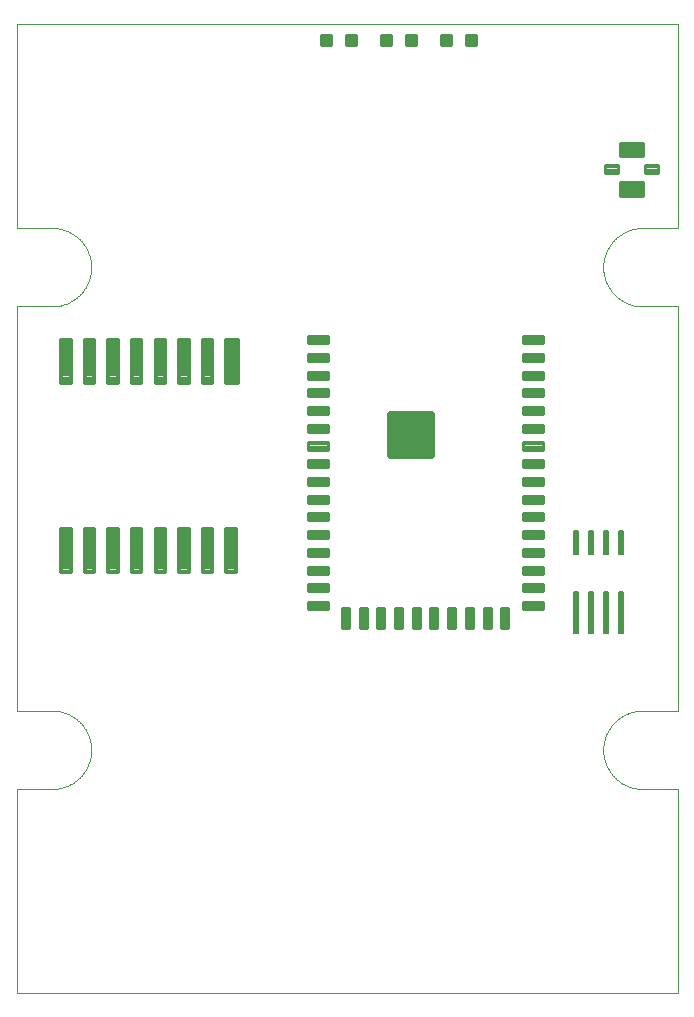
<source format=gtp>
G75*
%MOIN*%
%OFA0B0*%
%FSLAX25Y25*%
%IPPOS*%
%LPD*%
%AMOC8*
5,1,8,0,0,1.08239X$1,22.5*
%
%ADD10C,0.00000*%
%ADD11C,0.01003*%
%ADD12C,0.01913*%
%ADD13C,0.00649*%
%ADD14C,0.01357*%
%ADD15C,0.01594*%
%ADD16C,0.01121*%
%ADD17C,0.01653*%
D10*
X0001400Y0025558D02*
X0001400Y0093471D01*
X0013231Y0093471D01*
X0013549Y0093475D01*
X0013867Y0093487D01*
X0014185Y0093506D01*
X0014502Y0093533D01*
X0014819Y0093568D01*
X0015134Y0093610D01*
X0015448Y0093660D01*
X0015762Y0093718D01*
X0016073Y0093784D01*
X0016383Y0093857D01*
X0016691Y0093937D01*
X0016997Y0094025D01*
X0017300Y0094121D01*
X0017602Y0094223D01*
X0017900Y0094333D01*
X0018196Y0094451D01*
X0018489Y0094575D01*
X0018779Y0094707D01*
X0019066Y0094845D01*
X0019349Y0094991D01*
X0019628Y0095143D01*
X0019904Y0095303D01*
X0020176Y0095468D01*
X0020443Y0095641D01*
X0020706Y0095820D01*
X0020965Y0096005D01*
X0021220Y0096196D01*
X0021469Y0096394D01*
X0021714Y0096598D01*
X0021954Y0096807D01*
X0022188Y0097022D01*
X0022417Y0097243D01*
X0022641Y0097470D01*
X0022859Y0097702D01*
X0023071Y0097939D01*
X0023278Y0098181D01*
X0023479Y0098428D01*
X0023673Y0098680D01*
X0023862Y0098937D01*
X0024044Y0099198D01*
X0024219Y0099463D01*
X0024388Y0099733D01*
X0024551Y0100007D01*
X0024707Y0100284D01*
X0024856Y0100565D01*
X0024998Y0100850D01*
X0025133Y0101138D01*
X0025261Y0101430D01*
X0025382Y0101724D01*
X0025495Y0102022D01*
X0025602Y0102322D01*
X0025701Y0102624D01*
X0025793Y0102929D01*
X0025877Y0103236D01*
X0025954Y0103545D01*
X0026023Y0103856D01*
X0026085Y0104168D01*
X0026139Y0104482D01*
X0026185Y0104796D01*
X0026224Y0105112D01*
X0026255Y0105429D01*
X0026278Y0105747D01*
X0026293Y0106065D01*
X0026301Y0106383D01*
X0026301Y0106701D01*
X0026293Y0107019D01*
X0026278Y0107337D01*
X0026255Y0107655D01*
X0026224Y0107972D01*
X0026185Y0108288D01*
X0026139Y0108602D01*
X0026085Y0108916D01*
X0026023Y0109228D01*
X0025954Y0109539D01*
X0025877Y0109848D01*
X0025793Y0110155D01*
X0025701Y0110460D01*
X0025602Y0110762D01*
X0025495Y0111062D01*
X0025382Y0111360D01*
X0025261Y0111654D01*
X0025133Y0111946D01*
X0024998Y0112234D01*
X0024856Y0112519D01*
X0024707Y0112800D01*
X0024551Y0113078D01*
X0024388Y0113351D01*
X0024219Y0113621D01*
X0024044Y0113886D01*
X0023862Y0114147D01*
X0023673Y0114404D01*
X0023479Y0114656D01*
X0023278Y0114903D01*
X0023071Y0115145D01*
X0022859Y0115382D01*
X0022641Y0115614D01*
X0022417Y0115841D01*
X0022188Y0116062D01*
X0021954Y0116277D01*
X0021714Y0116486D01*
X0021469Y0116690D01*
X0021220Y0116888D01*
X0020965Y0117079D01*
X0020706Y0117264D01*
X0020443Y0117443D01*
X0020176Y0117616D01*
X0019904Y0117781D01*
X0019628Y0117941D01*
X0019349Y0118093D01*
X0019066Y0118239D01*
X0018779Y0118377D01*
X0018489Y0118509D01*
X0018196Y0118633D01*
X0017900Y0118751D01*
X0017602Y0118861D01*
X0017300Y0118963D01*
X0016997Y0119059D01*
X0016691Y0119147D01*
X0016383Y0119227D01*
X0016073Y0119300D01*
X0015762Y0119366D01*
X0015448Y0119424D01*
X0015134Y0119474D01*
X0014819Y0119516D01*
X0014502Y0119551D01*
X0014185Y0119578D01*
X0013867Y0119597D01*
X0013549Y0119609D01*
X0013231Y0119613D01*
X0001400Y0119613D01*
X0001400Y0254337D01*
X0013231Y0254337D01*
X0013549Y0254341D01*
X0013867Y0254353D01*
X0014185Y0254372D01*
X0014502Y0254399D01*
X0014819Y0254434D01*
X0015134Y0254476D01*
X0015448Y0254526D01*
X0015762Y0254584D01*
X0016073Y0254650D01*
X0016383Y0254723D01*
X0016691Y0254803D01*
X0016997Y0254891D01*
X0017300Y0254987D01*
X0017602Y0255089D01*
X0017900Y0255199D01*
X0018196Y0255317D01*
X0018489Y0255441D01*
X0018779Y0255573D01*
X0019066Y0255711D01*
X0019349Y0255857D01*
X0019628Y0256009D01*
X0019904Y0256169D01*
X0020176Y0256334D01*
X0020443Y0256507D01*
X0020706Y0256686D01*
X0020965Y0256871D01*
X0021220Y0257062D01*
X0021469Y0257260D01*
X0021714Y0257464D01*
X0021954Y0257673D01*
X0022188Y0257888D01*
X0022417Y0258109D01*
X0022641Y0258336D01*
X0022859Y0258568D01*
X0023071Y0258805D01*
X0023278Y0259047D01*
X0023479Y0259294D01*
X0023673Y0259546D01*
X0023862Y0259803D01*
X0024044Y0260064D01*
X0024219Y0260329D01*
X0024388Y0260599D01*
X0024551Y0260873D01*
X0024707Y0261150D01*
X0024856Y0261431D01*
X0024998Y0261716D01*
X0025133Y0262004D01*
X0025261Y0262296D01*
X0025382Y0262590D01*
X0025495Y0262888D01*
X0025602Y0263188D01*
X0025701Y0263490D01*
X0025793Y0263795D01*
X0025877Y0264102D01*
X0025954Y0264411D01*
X0026023Y0264722D01*
X0026085Y0265034D01*
X0026139Y0265348D01*
X0026185Y0265662D01*
X0026224Y0265978D01*
X0026255Y0266295D01*
X0026278Y0266613D01*
X0026293Y0266931D01*
X0026301Y0267249D01*
X0026301Y0267567D01*
X0026293Y0267885D01*
X0026278Y0268203D01*
X0026255Y0268521D01*
X0026224Y0268838D01*
X0026185Y0269154D01*
X0026139Y0269468D01*
X0026085Y0269782D01*
X0026023Y0270094D01*
X0025954Y0270405D01*
X0025877Y0270714D01*
X0025793Y0271021D01*
X0025701Y0271326D01*
X0025602Y0271628D01*
X0025495Y0271928D01*
X0025382Y0272226D01*
X0025261Y0272520D01*
X0025133Y0272812D01*
X0024998Y0273100D01*
X0024856Y0273385D01*
X0024707Y0273666D01*
X0024551Y0273944D01*
X0024388Y0274217D01*
X0024219Y0274487D01*
X0024044Y0274752D01*
X0023862Y0275013D01*
X0023673Y0275270D01*
X0023479Y0275522D01*
X0023278Y0275769D01*
X0023071Y0276011D01*
X0022859Y0276248D01*
X0022641Y0276480D01*
X0022417Y0276707D01*
X0022188Y0276928D01*
X0021954Y0277143D01*
X0021714Y0277352D01*
X0021469Y0277556D01*
X0021220Y0277754D01*
X0020965Y0277945D01*
X0020706Y0278130D01*
X0020443Y0278309D01*
X0020176Y0278482D01*
X0019904Y0278647D01*
X0019628Y0278807D01*
X0019349Y0278959D01*
X0019066Y0279105D01*
X0018779Y0279243D01*
X0018489Y0279375D01*
X0018196Y0279499D01*
X0017900Y0279617D01*
X0017602Y0279727D01*
X0017300Y0279829D01*
X0016997Y0279925D01*
X0016691Y0280013D01*
X0016383Y0280093D01*
X0016073Y0280166D01*
X0015762Y0280232D01*
X0015448Y0280290D01*
X0015134Y0280340D01*
X0014819Y0280382D01*
X0014502Y0280417D01*
X0014185Y0280444D01*
X0013867Y0280463D01*
X0013549Y0280475D01*
X0013231Y0280479D01*
X0001400Y0280479D01*
X0001400Y0348392D01*
X0221872Y0348392D01*
X0221872Y0280479D01*
X0210042Y0280479D01*
X0209724Y0280475D01*
X0209406Y0280463D01*
X0209088Y0280444D01*
X0208771Y0280417D01*
X0208454Y0280382D01*
X0208139Y0280340D01*
X0207825Y0280290D01*
X0207511Y0280232D01*
X0207200Y0280166D01*
X0206890Y0280093D01*
X0206582Y0280013D01*
X0206276Y0279925D01*
X0205973Y0279829D01*
X0205671Y0279727D01*
X0205373Y0279617D01*
X0205077Y0279499D01*
X0204784Y0279375D01*
X0204494Y0279243D01*
X0204207Y0279105D01*
X0203924Y0278959D01*
X0203645Y0278807D01*
X0203369Y0278647D01*
X0203097Y0278482D01*
X0202830Y0278309D01*
X0202567Y0278130D01*
X0202308Y0277945D01*
X0202053Y0277754D01*
X0201804Y0277556D01*
X0201559Y0277352D01*
X0201319Y0277143D01*
X0201085Y0276928D01*
X0200856Y0276707D01*
X0200632Y0276480D01*
X0200414Y0276248D01*
X0200202Y0276011D01*
X0199995Y0275769D01*
X0199794Y0275522D01*
X0199600Y0275270D01*
X0199411Y0275013D01*
X0199229Y0274752D01*
X0199054Y0274487D01*
X0198885Y0274217D01*
X0198722Y0273944D01*
X0198566Y0273666D01*
X0198417Y0273385D01*
X0198275Y0273100D01*
X0198140Y0272812D01*
X0198012Y0272520D01*
X0197891Y0272226D01*
X0197778Y0271928D01*
X0197671Y0271628D01*
X0197572Y0271326D01*
X0197480Y0271021D01*
X0197396Y0270714D01*
X0197319Y0270405D01*
X0197250Y0270094D01*
X0197188Y0269782D01*
X0197134Y0269468D01*
X0197088Y0269154D01*
X0197049Y0268838D01*
X0197018Y0268521D01*
X0196995Y0268203D01*
X0196980Y0267885D01*
X0196972Y0267567D01*
X0196972Y0267249D01*
X0196980Y0266931D01*
X0196995Y0266613D01*
X0197018Y0266295D01*
X0197049Y0265978D01*
X0197088Y0265662D01*
X0197134Y0265348D01*
X0197188Y0265034D01*
X0197250Y0264722D01*
X0197319Y0264411D01*
X0197396Y0264102D01*
X0197480Y0263795D01*
X0197572Y0263490D01*
X0197671Y0263188D01*
X0197778Y0262888D01*
X0197891Y0262590D01*
X0198012Y0262296D01*
X0198140Y0262004D01*
X0198275Y0261716D01*
X0198417Y0261431D01*
X0198566Y0261150D01*
X0198722Y0260872D01*
X0198885Y0260599D01*
X0199054Y0260329D01*
X0199229Y0260064D01*
X0199411Y0259803D01*
X0199600Y0259546D01*
X0199794Y0259294D01*
X0199995Y0259047D01*
X0200202Y0258805D01*
X0200414Y0258568D01*
X0200632Y0258336D01*
X0200856Y0258109D01*
X0201085Y0257888D01*
X0201319Y0257673D01*
X0201559Y0257464D01*
X0201804Y0257260D01*
X0202053Y0257062D01*
X0202308Y0256871D01*
X0202567Y0256686D01*
X0202830Y0256507D01*
X0203097Y0256334D01*
X0203369Y0256169D01*
X0203645Y0256009D01*
X0203924Y0255857D01*
X0204207Y0255711D01*
X0204494Y0255573D01*
X0204784Y0255441D01*
X0205077Y0255317D01*
X0205373Y0255199D01*
X0205671Y0255089D01*
X0205973Y0254987D01*
X0206276Y0254891D01*
X0206582Y0254803D01*
X0206890Y0254723D01*
X0207200Y0254650D01*
X0207511Y0254584D01*
X0207825Y0254526D01*
X0208139Y0254476D01*
X0208454Y0254434D01*
X0208771Y0254399D01*
X0209088Y0254372D01*
X0209406Y0254353D01*
X0209724Y0254341D01*
X0210042Y0254337D01*
X0221872Y0254337D01*
X0221872Y0119613D01*
X0210042Y0119613D01*
X0209724Y0119609D01*
X0209406Y0119597D01*
X0209088Y0119578D01*
X0208771Y0119551D01*
X0208454Y0119516D01*
X0208139Y0119474D01*
X0207825Y0119424D01*
X0207511Y0119366D01*
X0207200Y0119300D01*
X0206890Y0119227D01*
X0206582Y0119147D01*
X0206276Y0119059D01*
X0205973Y0118963D01*
X0205671Y0118861D01*
X0205373Y0118751D01*
X0205077Y0118633D01*
X0204784Y0118509D01*
X0204494Y0118377D01*
X0204207Y0118239D01*
X0203924Y0118093D01*
X0203645Y0117941D01*
X0203369Y0117781D01*
X0203097Y0117616D01*
X0202830Y0117443D01*
X0202567Y0117264D01*
X0202308Y0117079D01*
X0202053Y0116888D01*
X0201804Y0116690D01*
X0201559Y0116486D01*
X0201319Y0116277D01*
X0201085Y0116062D01*
X0200856Y0115841D01*
X0200632Y0115614D01*
X0200414Y0115382D01*
X0200202Y0115145D01*
X0199995Y0114903D01*
X0199794Y0114656D01*
X0199600Y0114404D01*
X0199411Y0114147D01*
X0199229Y0113886D01*
X0199054Y0113621D01*
X0198885Y0113351D01*
X0198722Y0113077D01*
X0198566Y0112800D01*
X0198417Y0112519D01*
X0198275Y0112234D01*
X0198140Y0111946D01*
X0198012Y0111654D01*
X0197891Y0111360D01*
X0197778Y0111062D01*
X0197671Y0110762D01*
X0197572Y0110460D01*
X0197480Y0110155D01*
X0197396Y0109848D01*
X0197319Y0109539D01*
X0197250Y0109228D01*
X0197188Y0108916D01*
X0197134Y0108602D01*
X0197088Y0108288D01*
X0197049Y0107972D01*
X0197018Y0107655D01*
X0196995Y0107337D01*
X0196980Y0107019D01*
X0196972Y0106701D01*
X0196972Y0106383D01*
X0196980Y0106065D01*
X0196995Y0105747D01*
X0197018Y0105429D01*
X0197049Y0105112D01*
X0197088Y0104796D01*
X0197134Y0104482D01*
X0197188Y0104168D01*
X0197250Y0103856D01*
X0197319Y0103545D01*
X0197396Y0103236D01*
X0197480Y0102929D01*
X0197572Y0102624D01*
X0197671Y0102322D01*
X0197778Y0102022D01*
X0197891Y0101724D01*
X0198012Y0101430D01*
X0198140Y0101138D01*
X0198275Y0100850D01*
X0198417Y0100565D01*
X0198566Y0100284D01*
X0198722Y0100006D01*
X0198885Y0099733D01*
X0199054Y0099463D01*
X0199229Y0099198D01*
X0199411Y0098937D01*
X0199600Y0098680D01*
X0199794Y0098428D01*
X0199995Y0098181D01*
X0200202Y0097939D01*
X0200414Y0097702D01*
X0200632Y0097470D01*
X0200856Y0097243D01*
X0201085Y0097022D01*
X0201319Y0096807D01*
X0201559Y0096598D01*
X0201804Y0096394D01*
X0202053Y0096196D01*
X0202308Y0096005D01*
X0202567Y0095820D01*
X0202830Y0095641D01*
X0203097Y0095468D01*
X0203369Y0095303D01*
X0203645Y0095143D01*
X0203924Y0094991D01*
X0204207Y0094845D01*
X0204494Y0094707D01*
X0204784Y0094575D01*
X0205077Y0094451D01*
X0205373Y0094333D01*
X0205671Y0094223D01*
X0205973Y0094121D01*
X0206276Y0094025D01*
X0206582Y0093937D01*
X0206890Y0093857D01*
X0207200Y0093784D01*
X0207511Y0093718D01*
X0207825Y0093660D01*
X0208139Y0093610D01*
X0208454Y0093568D01*
X0208771Y0093533D01*
X0209088Y0093506D01*
X0209406Y0093487D01*
X0209724Y0093475D01*
X0210042Y0093471D01*
X0221872Y0093471D01*
X0221872Y0025558D01*
X0001400Y0025558D01*
D11*
X0098422Y0153498D02*
X0105094Y0153498D01*
X0098422Y0153498D02*
X0098422Y0155838D01*
X0105094Y0155838D01*
X0105094Y0153498D01*
X0105094Y0154500D02*
X0098422Y0154500D01*
X0098422Y0155502D02*
X0105094Y0155502D01*
X0105094Y0159403D02*
X0098422Y0159403D01*
X0098422Y0161743D01*
X0105094Y0161743D01*
X0105094Y0159403D01*
X0105094Y0160405D02*
X0098422Y0160405D01*
X0098422Y0161407D02*
X0105094Y0161407D01*
X0105094Y0165309D02*
X0098422Y0165309D01*
X0098422Y0167649D01*
X0105094Y0167649D01*
X0105094Y0165309D01*
X0105094Y0166311D02*
X0098422Y0166311D01*
X0098422Y0167313D02*
X0105094Y0167313D01*
X0105094Y0171215D02*
X0098422Y0171215D01*
X0098422Y0173555D01*
X0105094Y0173555D01*
X0105094Y0171215D01*
X0105094Y0172217D02*
X0098422Y0172217D01*
X0098422Y0173219D02*
X0105094Y0173219D01*
X0105094Y0177120D02*
X0098422Y0177120D01*
X0098422Y0179460D01*
X0105094Y0179460D01*
X0105094Y0177120D01*
X0105094Y0178122D02*
X0098422Y0178122D01*
X0098422Y0179124D02*
X0105094Y0179124D01*
X0105094Y0183026D02*
X0098422Y0183026D01*
X0098422Y0185366D01*
X0105094Y0185366D01*
X0105094Y0183026D01*
X0105094Y0184028D02*
X0098422Y0184028D01*
X0098422Y0185030D02*
X0105094Y0185030D01*
X0105094Y0188931D02*
X0098422Y0188931D01*
X0098422Y0191271D01*
X0105094Y0191271D01*
X0105094Y0188931D01*
X0105094Y0189933D02*
X0098422Y0189933D01*
X0098422Y0190935D02*
X0105094Y0190935D01*
X0105094Y0194837D02*
X0098422Y0194837D01*
X0098422Y0197177D01*
X0105094Y0197177D01*
X0105094Y0194837D01*
X0105094Y0195839D02*
X0098422Y0195839D01*
X0098422Y0196841D02*
X0105094Y0196841D01*
X0105094Y0200742D02*
X0098422Y0200742D01*
X0098422Y0203082D01*
X0105094Y0203082D01*
X0105094Y0200742D01*
X0105094Y0201744D02*
X0098422Y0201744D01*
X0098422Y0202746D02*
X0105094Y0202746D01*
X0105094Y0206648D02*
X0098422Y0206648D01*
X0098422Y0208988D01*
X0105094Y0208988D01*
X0105094Y0206648D01*
X0105094Y0207650D02*
X0098422Y0207650D01*
X0098422Y0208652D02*
X0105094Y0208652D01*
X0105094Y0212553D02*
X0098422Y0212553D01*
X0098422Y0214893D01*
X0105094Y0214893D01*
X0105094Y0212553D01*
X0105094Y0213555D02*
X0098422Y0213555D01*
X0098422Y0214557D02*
X0105094Y0214557D01*
X0105094Y0218459D02*
X0098422Y0218459D01*
X0098422Y0220799D01*
X0105094Y0220799D01*
X0105094Y0218459D01*
X0105094Y0219461D02*
X0098422Y0219461D01*
X0098422Y0220463D02*
X0105094Y0220463D01*
X0105094Y0224364D02*
X0098422Y0224364D01*
X0098422Y0226704D01*
X0105094Y0226704D01*
X0105094Y0224364D01*
X0105094Y0225366D02*
X0098422Y0225366D01*
X0098422Y0226368D02*
X0105094Y0226368D01*
X0105094Y0230270D02*
X0098422Y0230270D01*
X0098422Y0232610D01*
X0105094Y0232610D01*
X0105094Y0230270D01*
X0105094Y0231272D02*
X0098422Y0231272D01*
X0098422Y0232274D02*
X0105094Y0232274D01*
X0105094Y0236175D02*
X0098422Y0236175D01*
X0098422Y0238515D01*
X0105094Y0238515D01*
X0105094Y0236175D01*
X0105094Y0237177D02*
X0098422Y0237177D01*
X0098422Y0238179D02*
X0105094Y0238179D01*
X0105094Y0242081D02*
X0098422Y0242081D01*
X0098422Y0244421D01*
X0105094Y0244421D01*
X0105094Y0242081D01*
X0105094Y0243083D02*
X0098422Y0243083D01*
X0098422Y0244085D02*
X0105094Y0244085D01*
X0112180Y0153673D02*
X0112180Y0147001D01*
X0109840Y0147001D01*
X0109840Y0153673D01*
X0112180Y0153673D01*
X0112180Y0148003D02*
X0109840Y0148003D01*
X0109840Y0149005D02*
X0112180Y0149005D01*
X0112180Y0150007D02*
X0109840Y0150007D01*
X0109840Y0151009D02*
X0112180Y0151009D01*
X0112180Y0152011D02*
X0109840Y0152011D01*
X0109840Y0153013D02*
X0112180Y0153013D01*
X0118086Y0153673D02*
X0118086Y0147001D01*
X0115746Y0147001D01*
X0115746Y0153673D01*
X0118086Y0153673D01*
X0118086Y0148003D02*
X0115746Y0148003D01*
X0115746Y0149005D02*
X0118086Y0149005D01*
X0118086Y0150007D02*
X0115746Y0150007D01*
X0115746Y0151009D02*
X0118086Y0151009D01*
X0118086Y0152011D02*
X0115746Y0152011D01*
X0115746Y0153013D02*
X0118086Y0153013D01*
X0123991Y0153673D02*
X0123991Y0147001D01*
X0121651Y0147001D01*
X0121651Y0153673D01*
X0123991Y0153673D01*
X0123991Y0148003D02*
X0121651Y0148003D01*
X0121651Y0149005D02*
X0123991Y0149005D01*
X0123991Y0150007D02*
X0121651Y0150007D01*
X0121651Y0151009D02*
X0123991Y0151009D01*
X0123991Y0152011D02*
X0121651Y0152011D01*
X0121651Y0153013D02*
X0123991Y0153013D01*
X0129897Y0153673D02*
X0129897Y0147001D01*
X0127557Y0147001D01*
X0127557Y0153673D01*
X0129897Y0153673D01*
X0129897Y0148003D02*
X0127557Y0148003D01*
X0127557Y0149005D02*
X0129897Y0149005D01*
X0129897Y0150007D02*
X0127557Y0150007D01*
X0127557Y0151009D02*
X0129897Y0151009D01*
X0129897Y0152011D02*
X0127557Y0152011D01*
X0127557Y0153013D02*
X0129897Y0153013D01*
X0135802Y0153673D02*
X0135802Y0147001D01*
X0133462Y0147001D01*
X0133462Y0153673D01*
X0135802Y0153673D01*
X0135802Y0148003D02*
X0133462Y0148003D01*
X0133462Y0149005D02*
X0135802Y0149005D01*
X0135802Y0150007D02*
X0133462Y0150007D01*
X0133462Y0151009D02*
X0135802Y0151009D01*
X0135802Y0152011D02*
X0133462Y0152011D01*
X0133462Y0153013D02*
X0135802Y0153013D01*
X0141708Y0153673D02*
X0141708Y0147001D01*
X0139368Y0147001D01*
X0139368Y0153673D01*
X0141708Y0153673D01*
X0141708Y0148003D02*
X0139368Y0148003D01*
X0139368Y0149005D02*
X0141708Y0149005D01*
X0141708Y0150007D02*
X0139368Y0150007D01*
X0139368Y0151009D02*
X0141708Y0151009D01*
X0141708Y0152011D02*
X0139368Y0152011D01*
X0139368Y0153013D02*
X0141708Y0153013D01*
X0147613Y0153673D02*
X0147613Y0147001D01*
X0145273Y0147001D01*
X0145273Y0153673D01*
X0147613Y0153673D01*
X0147613Y0148003D02*
X0145273Y0148003D01*
X0145273Y0149005D02*
X0147613Y0149005D01*
X0147613Y0150007D02*
X0145273Y0150007D01*
X0145273Y0151009D02*
X0147613Y0151009D01*
X0147613Y0152011D02*
X0145273Y0152011D01*
X0145273Y0153013D02*
X0147613Y0153013D01*
X0153519Y0153673D02*
X0153519Y0147001D01*
X0151179Y0147001D01*
X0151179Y0153673D01*
X0153519Y0153673D01*
X0153519Y0148003D02*
X0151179Y0148003D01*
X0151179Y0149005D02*
X0153519Y0149005D01*
X0153519Y0150007D02*
X0151179Y0150007D01*
X0151179Y0151009D02*
X0153519Y0151009D01*
X0153519Y0152011D02*
X0151179Y0152011D01*
X0151179Y0153013D02*
X0153519Y0153013D01*
X0159424Y0153673D02*
X0159424Y0147001D01*
X0157084Y0147001D01*
X0157084Y0153673D01*
X0159424Y0153673D01*
X0159424Y0148003D02*
X0157084Y0148003D01*
X0157084Y0149005D02*
X0159424Y0149005D01*
X0159424Y0150007D02*
X0157084Y0150007D01*
X0157084Y0151009D02*
X0159424Y0151009D01*
X0159424Y0152011D02*
X0157084Y0152011D01*
X0157084Y0153013D02*
X0159424Y0153013D01*
X0165330Y0153673D02*
X0165330Y0147001D01*
X0162990Y0147001D01*
X0162990Y0153673D01*
X0165330Y0153673D01*
X0165330Y0148003D02*
X0162990Y0148003D01*
X0162990Y0149005D02*
X0165330Y0149005D01*
X0165330Y0150007D02*
X0162990Y0150007D01*
X0162990Y0151009D02*
X0165330Y0151009D01*
X0165330Y0152011D02*
X0162990Y0152011D01*
X0162990Y0153013D02*
X0165330Y0153013D01*
X0170076Y0153498D02*
X0176748Y0153498D01*
X0170076Y0153498D02*
X0170076Y0155838D01*
X0176748Y0155838D01*
X0176748Y0153498D01*
X0176748Y0154500D02*
X0170076Y0154500D01*
X0170076Y0155502D02*
X0176748Y0155502D01*
X0176748Y0159403D02*
X0170076Y0159403D01*
X0170076Y0161743D01*
X0176748Y0161743D01*
X0176748Y0159403D01*
X0176748Y0160405D02*
X0170076Y0160405D01*
X0170076Y0161407D02*
X0176748Y0161407D01*
X0176748Y0165309D02*
X0170076Y0165309D01*
X0170076Y0167649D01*
X0176748Y0167649D01*
X0176748Y0165309D01*
X0176748Y0166311D02*
X0170076Y0166311D01*
X0170076Y0167313D02*
X0176748Y0167313D01*
X0176748Y0171215D02*
X0170076Y0171215D01*
X0170076Y0173555D01*
X0176748Y0173555D01*
X0176748Y0171215D01*
X0176748Y0172217D02*
X0170076Y0172217D01*
X0170076Y0173219D02*
X0176748Y0173219D01*
X0176748Y0177120D02*
X0170076Y0177120D01*
X0170076Y0179460D01*
X0176748Y0179460D01*
X0176748Y0177120D01*
X0176748Y0178122D02*
X0170076Y0178122D01*
X0170076Y0179124D02*
X0176748Y0179124D01*
X0176748Y0183026D02*
X0170076Y0183026D01*
X0170076Y0185366D01*
X0176748Y0185366D01*
X0176748Y0183026D01*
X0176748Y0184028D02*
X0170076Y0184028D01*
X0170076Y0185030D02*
X0176748Y0185030D01*
X0176748Y0188931D02*
X0170076Y0188931D01*
X0170076Y0191271D01*
X0176748Y0191271D01*
X0176748Y0188931D01*
X0176748Y0189933D02*
X0170076Y0189933D01*
X0170076Y0190935D02*
X0176748Y0190935D01*
X0176748Y0194837D02*
X0170076Y0194837D01*
X0170076Y0197177D01*
X0176748Y0197177D01*
X0176748Y0194837D01*
X0176748Y0195839D02*
X0170076Y0195839D01*
X0170076Y0196841D02*
X0176748Y0196841D01*
X0176748Y0200742D02*
X0170076Y0200742D01*
X0170076Y0203082D01*
X0176748Y0203082D01*
X0176748Y0200742D01*
X0176748Y0201744D02*
X0170076Y0201744D01*
X0170076Y0202746D02*
X0176748Y0202746D01*
X0176748Y0206648D02*
X0170076Y0206648D01*
X0170076Y0208988D01*
X0176748Y0208988D01*
X0176748Y0206648D01*
X0176748Y0207650D02*
X0170076Y0207650D01*
X0170076Y0208652D02*
X0176748Y0208652D01*
X0176748Y0212553D02*
X0170076Y0212553D01*
X0170076Y0214893D01*
X0176748Y0214893D01*
X0176748Y0212553D01*
X0176748Y0213555D02*
X0170076Y0213555D01*
X0170076Y0214557D02*
X0176748Y0214557D01*
X0176748Y0218459D02*
X0170076Y0218459D01*
X0170076Y0220799D01*
X0176748Y0220799D01*
X0176748Y0218459D01*
X0176748Y0219461D02*
X0170076Y0219461D01*
X0170076Y0220463D02*
X0176748Y0220463D01*
X0176748Y0224364D02*
X0170076Y0224364D01*
X0170076Y0226704D01*
X0176748Y0226704D01*
X0176748Y0224364D01*
X0176748Y0225366D02*
X0170076Y0225366D01*
X0170076Y0226368D02*
X0176748Y0226368D01*
X0176748Y0230270D02*
X0170076Y0230270D01*
X0170076Y0232610D01*
X0176748Y0232610D01*
X0176748Y0230270D01*
X0176748Y0231272D02*
X0170076Y0231272D01*
X0170076Y0232274D02*
X0176748Y0232274D01*
X0176748Y0236175D02*
X0170076Y0236175D01*
X0170076Y0238515D01*
X0176748Y0238515D01*
X0176748Y0236175D01*
X0176748Y0237177D02*
X0170076Y0237177D01*
X0170076Y0238179D02*
X0176748Y0238179D01*
X0176748Y0242081D02*
X0170076Y0242081D01*
X0170076Y0244421D01*
X0176748Y0244421D01*
X0176748Y0242081D01*
X0176748Y0243083D02*
X0170076Y0243083D01*
X0170076Y0244085D02*
X0176748Y0244085D01*
D12*
X0139915Y0204543D02*
X0125885Y0204543D01*
X0125885Y0218573D01*
X0139915Y0218573D01*
X0139915Y0204543D01*
X0139915Y0206455D02*
X0125885Y0206455D01*
X0125885Y0208367D02*
X0139915Y0208367D01*
X0139915Y0210279D02*
X0125885Y0210279D01*
X0125885Y0212191D02*
X0139915Y0212191D01*
X0139915Y0214103D02*
X0125885Y0214103D01*
X0125885Y0216015D02*
X0139915Y0216015D01*
X0139915Y0217927D02*
X0125885Y0217927D01*
D13*
X0187143Y0179574D02*
X0188657Y0179574D01*
X0188657Y0171762D01*
X0187143Y0171762D01*
X0187143Y0179574D01*
X0187143Y0172410D02*
X0188657Y0172410D01*
X0188657Y0173058D02*
X0187143Y0173058D01*
X0187143Y0173706D02*
X0188657Y0173706D01*
X0188657Y0174354D02*
X0187143Y0174354D01*
X0187143Y0175002D02*
X0188657Y0175002D01*
X0188657Y0175650D02*
X0187143Y0175650D01*
X0187143Y0176298D02*
X0188657Y0176298D01*
X0188657Y0176946D02*
X0187143Y0176946D01*
X0187143Y0177594D02*
X0188657Y0177594D01*
X0188657Y0178242D02*
X0187143Y0178242D01*
X0187143Y0178890D02*
X0188657Y0178890D01*
X0188657Y0179538D02*
X0187143Y0179538D01*
X0192143Y0179574D02*
X0193657Y0179574D01*
X0193657Y0171762D01*
X0192143Y0171762D01*
X0192143Y0179574D01*
X0192143Y0172410D02*
X0193657Y0172410D01*
X0193657Y0173058D02*
X0192143Y0173058D01*
X0192143Y0173706D02*
X0193657Y0173706D01*
X0193657Y0174354D02*
X0192143Y0174354D01*
X0192143Y0175002D02*
X0193657Y0175002D01*
X0193657Y0175650D02*
X0192143Y0175650D01*
X0192143Y0176298D02*
X0193657Y0176298D01*
X0193657Y0176946D02*
X0192143Y0176946D01*
X0192143Y0177594D02*
X0193657Y0177594D01*
X0193657Y0178242D02*
X0192143Y0178242D01*
X0192143Y0178890D02*
X0193657Y0178890D01*
X0193657Y0179538D02*
X0192143Y0179538D01*
X0197143Y0179574D02*
X0198657Y0179574D01*
X0198657Y0171762D01*
X0197143Y0171762D01*
X0197143Y0179574D01*
X0197143Y0172410D02*
X0198657Y0172410D01*
X0198657Y0173058D02*
X0197143Y0173058D01*
X0197143Y0173706D02*
X0198657Y0173706D01*
X0198657Y0174354D02*
X0197143Y0174354D01*
X0197143Y0175002D02*
X0198657Y0175002D01*
X0198657Y0175650D02*
X0197143Y0175650D01*
X0197143Y0176298D02*
X0198657Y0176298D01*
X0198657Y0176946D02*
X0197143Y0176946D01*
X0197143Y0177594D02*
X0198657Y0177594D01*
X0198657Y0178242D02*
X0197143Y0178242D01*
X0197143Y0178890D02*
X0198657Y0178890D01*
X0198657Y0179538D02*
X0197143Y0179538D01*
X0202143Y0179574D02*
X0203657Y0179574D01*
X0203657Y0171762D01*
X0202143Y0171762D01*
X0202143Y0179574D01*
X0202143Y0172410D02*
X0203657Y0172410D01*
X0203657Y0173058D02*
X0202143Y0173058D01*
X0202143Y0173706D02*
X0203657Y0173706D01*
X0203657Y0174354D02*
X0202143Y0174354D01*
X0202143Y0175002D02*
X0203657Y0175002D01*
X0203657Y0175650D02*
X0202143Y0175650D01*
X0202143Y0176298D02*
X0203657Y0176298D01*
X0203657Y0176946D02*
X0202143Y0176946D01*
X0202143Y0177594D02*
X0203657Y0177594D01*
X0203657Y0178242D02*
X0202143Y0178242D01*
X0202143Y0178890D02*
X0203657Y0178890D01*
X0203657Y0179538D02*
X0202143Y0179538D01*
X0202143Y0159181D02*
X0203657Y0159181D01*
X0203657Y0145463D01*
X0202143Y0145463D01*
X0202143Y0159181D01*
X0202143Y0146111D02*
X0203657Y0146111D01*
X0203657Y0146759D02*
X0202143Y0146759D01*
X0202143Y0147407D02*
X0203657Y0147407D01*
X0203657Y0148055D02*
X0202143Y0148055D01*
X0202143Y0148703D02*
X0203657Y0148703D01*
X0203657Y0149351D02*
X0202143Y0149351D01*
X0202143Y0149999D02*
X0203657Y0149999D01*
X0203657Y0150647D02*
X0202143Y0150647D01*
X0202143Y0151295D02*
X0203657Y0151295D01*
X0203657Y0151943D02*
X0202143Y0151943D01*
X0202143Y0152591D02*
X0203657Y0152591D01*
X0203657Y0153239D02*
X0202143Y0153239D01*
X0202143Y0153887D02*
X0203657Y0153887D01*
X0203657Y0154535D02*
X0202143Y0154535D01*
X0202143Y0155183D02*
X0203657Y0155183D01*
X0203657Y0155831D02*
X0202143Y0155831D01*
X0202143Y0156479D02*
X0203657Y0156479D01*
X0203657Y0157127D02*
X0202143Y0157127D01*
X0202143Y0157775D02*
X0203657Y0157775D01*
X0203657Y0158423D02*
X0202143Y0158423D01*
X0202143Y0159071D02*
X0203657Y0159071D01*
X0198657Y0159181D02*
X0197143Y0159181D01*
X0198657Y0159181D02*
X0198657Y0145463D01*
X0197143Y0145463D01*
X0197143Y0159181D01*
X0197143Y0146111D02*
X0198657Y0146111D01*
X0198657Y0146759D02*
X0197143Y0146759D01*
X0197143Y0147407D02*
X0198657Y0147407D01*
X0198657Y0148055D02*
X0197143Y0148055D01*
X0197143Y0148703D02*
X0198657Y0148703D01*
X0198657Y0149351D02*
X0197143Y0149351D01*
X0197143Y0149999D02*
X0198657Y0149999D01*
X0198657Y0150647D02*
X0197143Y0150647D01*
X0197143Y0151295D02*
X0198657Y0151295D01*
X0198657Y0151943D02*
X0197143Y0151943D01*
X0197143Y0152591D02*
X0198657Y0152591D01*
X0198657Y0153239D02*
X0197143Y0153239D01*
X0197143Y0153887D02*
X0198657Y0153887D01*
X0198657Y0154535D02*
X0197143Y0154535D01*
X0197143Y0155183D02*
X0198657Y0155183D01*
X0198657Y0155831D02*
X0197143Y0155831D01*
X0197143Y0156479D02*
X0198657Y0156479D01*
X0198657Y0157127D02*
X0197143Y0157127D01*
X0197143Y0157775D02*
X0198657Y0157775D01*
X0198657Y0158423D02*
X0197143Y0158423D01*
X0197143Y0159071D02*
X0198657Y0159071D01*
X0193657Y0159181D02*
X0192143Y0159181D01*
X0193657Y0159181D02*
X0193657Y0145463D01*
X0192143Y0145463D01*
X0192143Y0159181D01*
X0192143Y0146111D02*
X0193657Y0146111D01*
X0193657Y0146759D02*
X0192143Y0146759D01*
X0192143Y0147407D02*
X0193657Y0147407D01*
X0193657Y0148055D02*
X0192143Y0148055D01*
X0192143Y0148703D02*
X0193657Y0148703D01*
X0193657Y0149351D02*
X0192143Y0149351D01*
X0192143Y0149999D02*
X0193657Y0149999D01*
X0193657Y0150647D02*
X0192143Y0150647D01*
X0192143Y0151295D02*
X0193657Y0151295D01*
X0193657Y0151943D02*
X0192143Y0151943D01*
X0192143Y0152591D02*
X0193657Y0152591D01*
X0193657Y0153239D02*
X0192143Y0153239D01*
X0192143Y0153887D02*
X0193657Y0153887D01*
X0193657Y0154535D02*
X0192143Y0154535D01*
X0192143Y0155183D02*
X0193657Y0155183D01*
X0193657Y0155831D02*
X0192143Y0155831D01*
X0192143Y0156479D02*
X0193657Y0156479D01*
X0193657Y0157127D02*
X0192143Y0157127D01*
X0192143Y0157775D02*
X0193657Y0157775D01*
X0193657Y0158423D02*
X0192143Y0158423D01*
X0192143Y0159071D02*
X0193657Y0159071D01*
X0188657Y0159181D02*
X0187143Y0159181D01*
X0188657Y0159181D02*
X0188657Y0145463D01*
X0187143Y0145463D01*
X0187143Y0159181D01*
X0187143Y0146111D02*
X0188657Y0146111D01*
X0188657Y0146759D02*
X0187143Y0146759D01*
X0187143Y0147407D02*
X0188657Y0147407D01*
X0188657Y0148055D02*
X0187143Y0148055D01*
X0187143Y0148703D02*
X0188657Y0148703D01*
X0188657Y0149351D02*
X0187143Y0149351D01*
X0187143Y0149999D02*
X0188657Y0149999D01*
X0188657Y0150647D02*
X0187143Y0150647D01*
X0187143Y0151295D02*
X0188657Y0151295D01*
X0188657Y0151943D02*
X0187143Y0151943D01*
X0187143Y0152591D02*
X0188657Y0152591D01*
X0188657Y0153239D02*
X0187143Y0153239D01*
X0187143Y0153887D02*
X0188657Y0153887D01*
X0188657Y0154535D02*
X0187143Y0154535D01*
X0187143Y0155183D02*
X0188657Y0155183D01*
X0188657Y0155831D02*
X0187143Y0155831D01*
X0187143Y0156479D02*
X0188657Y0156479D01*
X0188657Y0157127D02*
X0187143Y0157127D01*
X0187143Y0157775D02*
X0188657Y0157775D01*
X0188657Y0158423D02*
X0187143Y0158423D01*
X0187143Y0159071D02*
X0188657Y0159071D01*
D14*
X0154618Y0341474D02*
X0154618Y0344642D01*
X0154618Y0341474D02*
X0151450Y0341474D01*
X0151450Y0344642D01*
X0154618Y0344642D01*
X0154618Y0342830D02*
X0151450Y0342830D01*
X0151450Y0344186D02*
X0154618Y0344186D01*
X0146350Y0344642D02*
X0146350Y0341474D01*
X0143182Y0341474D01*
X0143182Y0344642D01*
X0146350Y0344642D01*
X0146350Y0342830D02*
X0143182Y0342830D01*
X0143182Y0344186D02*
X0146350Y0344186D01*
X0134618Y0344642D02*
X0134618Y0341474D01*
X0131450Y0341474D01*
X0131450Y0344642D01*
X0134618Y0344642D01*
X0134618Y0342830D02*
X0131450Y0342830D01*
X0131450Y0344186D02*
X0134618Y0344186D01*
X0126350Y0344642D02*
X0126350Y0341474D01*
X0123182Y0341474D01*
X0123182Y0344642D01*
X0126350Y0344642D01*
X0126350Y0342830D02*
X0123182Y0342830D01*
X0123182Y0344186D02*
X0126350Y0344186D01*
X0114618Y0344642D02*
X0114618Y0341474D01*
X0111450Y0341474D01*
X0111450Y0344642D01*
X0114618Y0344642D01*
X0114618Y0342830D02*
X0111450Y0342830D01*
X0111450Y0344186D02*
X0114618Y0344186D01*
X0106350Y0344642D02*
X0106350Y0341474D01*
X0103182Y0341474D01*
X0103182Y0344642D01*
X0106350Y0344642D01*
X0106350Y0342830D02*
X0103182Y0342830D01*
X0103182Y0344186D02*
X0106350Y0344186D01*
X0066669Y0228958D02*
X0063501Y0228958D01*
X0063501Y0243150D01*
X0066669Y0243150D01*
X0066669Y0228958D01*
X0066669Y0230314D02*
X0063501Y0230314D01*
X0063501Y0231670D02*
X0066669Y0231670D01*
X0066669Y0233026D02*
X0063501Y0233026D01*
X0063501Y0234382D02*
X0066669Y0234382D01*
X0066669Y0235738D02*
X0063501Y0235738D01*
X0063501Y0237094D02*
X0066669Y0237094D01*
X0066669Y0238450D02*
X0063501Y0238450D01*
X0063501Y0239806D02*
X0066669Y0239806D01*
X0066669Y0241162D02*
X0063501Y0241162D01*
X0063501Y0242518D02*
X0066669Y0242518D01*
X0058795Y0228958D02*
X0055627Y0228958D01*
X0055627Y0243150D01*
X0058795Y0243150D01*
X0058795Y0228958D01*
X0058795Y0230314D02*
X0055627Y0230314D01*
X0055627Y0231670D02*
X0058795Y0231670D01*
X0058795Y0233026D02*
X0055627Y0233026D01*
X0055627Y0234382D02*
X0058795Y0234382D01*
X0058795Y0235738D02*
X0055627Y0235738D01*
X0055627Y0237094D02*
X0058795Y0237094D01*
X0058795Y0238450D02*
X0055627Y0238450D01*
X0055627Y0239806D02*
X0058795Y0239806D01*
X0058795Y0241162D02*
X0055627Y0241162D01*
X0055627Y0242518D02*
X0058795Y0242518D01*
X0050921Y0228958D02*
X0047753Y0228958D01*
X0047753Y0243150D01*
X0050921Y0243150D01*
X0050921Y0228958D01*
X0050921Y0230314D02*
X0047753Y0230314D01*
X0047753Y0231670D02*
X0050921Y0231670D01*
X0050921Y0233026D02*
X0047753Y0233026D01*
X0047753Y0234382D02*
X0050921Y0234382D01*
X0050921Y0235738D02*
X0047753Y0235738D01*
X0047753Y0237094D02*
X0050921Y0237094D01*
X0050921Y0238450D02*
X0047753Y0238450D01*
X0047753Y0239806D02*
X0050921Y0239806D01*
X0050921Y0241162D02*
X0047753Y0241162D01*
X0047753Y0242518D02*
X0050921Y0242518D01*
X0043047Y0228958D02*
X0039879Y0228958D01*
X0039879Y0243150D01*
X0043047Y0243150D01*
X0043047Y0228958D01*
X0043047Y0230314D02*
X0039879Y0230314D01*
X0039879Y0231670D02*
X0043047Y0231670D01*
X0043047Y0233026D02*
X0039879Y0233026D01*
X0039879Y0234382D02*
X0043047Y0234382D01*
X0043047Y0235738D02*
X0039879Y0235738D01*
X0039879Y0237094D02*
X0043047Y0237094D01*
X0043047Y0238450D02*
X0039879Y0238450D01*
X0039879Y0239806D02*
X0043047Y0239806D01*
X0043047Y0241162D02*
X0039879Y0241162D01*
X0039879Y0242518D02*
X0043047Y0242518D01*
X0035173Y0228958D02*
X0032005Y0228958D01*
X0032005Y0243150D01*
X0035173Y0243150D01*
X0035173Y0228958D01*
X0035173Y0230314D02*
X0032005Y0230314D01*
X0032005Y0231670D02*
X0035173Y0231670D01*
X0035173Y0233026D02*
X0032005Y0233026D01*
X0032005Y0234382D02*
X0035173Y0234382D01*
X0035173Y0235738D02*
X0032005Y0235738D01*
X0032005Y0237094D02*
X0035173Y0237094D01*
X0035173Y0238450D02*
X0032005Y0238450D01*
X0032005Y0239806D02*
X0035173Y0239806D01*
X0035173Y0241162D02*
X0032005Y0241162D01*
X0032005Y0242518D02*
X0035173Y0242518D01*
X0027299Y0228958D02*
X0024131Y0228958D01*
X0024131Y0243150D01*
X0027299Y0243150D01*
X0027299Y0228958D01*
X0027299Y0230314D02*
X0024131Y0230314D01*
X0024131Y0231670D02*
X0027299Y0231670D01*
X0027299Y0233026D02*
X0024131Y0233026D01*
X0024131Y0234382D02*
X0027299Y0234382D01*
X0027299Y0235738D02*
X0024131Y0235738D01*
X0024131Y0237094D02*
X0027299Y0237094D01*
X0027299Y0238450D02*
X0024131Y0238450D01*
X0024131Y0239806D02*
X0027299Y0239806D01*
X0027299Y0241162D02*
X0024131Y0241162D01*
X0024131Y0242518D02*
X0027299Y0242518D01*
X0019425Y0228958D02*
X0016257Y0228958D01*
X0016257Y0243150D01*
X0019425Y0243150D01*
X0019425Y0228958D01*
X0019425Y0230314D02*
X0016257Y0230314D01*
X0016257Y0231670D02*
X0019425Y0231670D01*
X0019425Y0233026D02*
X0016257Y0233026D01*
X0016257Y0234382D02*
X0019425Y0234382D01*
X0019425Y0235738D02*
X0016257Y0235738D01*
X0016257Y0237094D02*
X0019425Y0237094D01*
X0019425Y0238450D02*
X0016257Y0238450D01*
X0016257Y0239806D02*
X0019425Y0239806D01*
X0019425Y0241162D02*
X0016257Y0241162D01*
X0016257Y0242518D02*
X0019425Y0242518D01*
X0019425Y0165966D02*
X0016257Y0165966D01*
X0016257Y0180158D01*
X0019425Y0180158D01*
X0019425Y0165966D01*
X0019425Y0167322D02*
X0016257Y0167322D01*
X0016257Y0168678D02*
X0019425Y0168678D01*
X0019425Y0170034D02*
X0016257Y0170034D01*
X0016257Y0171390D02*
X0019425Y0171390D01*
X0019425Y0172746D02*
X0016257Y0172746D01*
X0016257Y0174102D02*
X0019425Y0174102D01*
X0019425Y0175458D02*
X0016257Y0175458D01*
X0016257Y0176814D02*
X0019425Y0176814D01*
X0019425Y0178170D02*
X0016257Y0178170D01*
X0016257Y0179526D02*
X0019425Y0179526D01*
X0024131Y0165966D02*
X0027299Y0165966D01*
X0024131Y0165966D02*
X0024131Y0180158D01*
X0027299Y0180158D01*
X0027299Y0165966D01*
X0027299Y0167322D02*
X0024131Y0167322D01*
X0024131Y0168678D02*
X0027299Y0168678D01*
X0027299Y0170034D02*
X0024131Y0170034D01*
X0024131Y0171390D02*
X0027299Y0171390D01*
X0027299Y0172746D02*
X0024131Y0172746D01*
X0024131Y0174102D02*
X0027299Y0174102D01*
X0027299Y0175458D02*
X0024131Y0175458D01*
X0024131Y0176814D02*
X0027299Y0176814D01*
X0027299Y0178170D02*
X0024131Y0178170D01*
X0024131Y0179526D02*
X0027299Y0179526D01*
X0032005Y0165966D02*
X0035173Y0165966D01*
X0032005Y0165966D02*
X0032005Y0180158D01*
X0035173Y0180158D01*
X0035173Y0165966D01*
X0035173Y0167322D02*
X0032005Y0167322D01*
X0032005Y0168678D02*
X0035173Y0168678D01*
X0035173Y0170034D02*
X0032005Y0170034D01*
X0032005Y0171390D02*
X0035173Y0171390D01*
X0035173Y0172746D02*
X0032005Y0172746D01*
X0032005Y0174102D02*
X0035173Y0174102D01*
X0035173Y0175458D02*
X0032005Y0175458D01*
X0032005Y0176814D02*
X0035173Y0176814D01*
X0035173Y0178170D02*
X0032005Y0178170D01*
X0032005Y0179526D02*
X0035173Y0179526D01*
X0039879Y0165966D02*
X0043047Y0165966D01*
X0039879Y0165966D02*
X0039879Y0180158D01*
X0043047Y0180158D01*
X0043047Y0165966D01*
X0043047Y0167322D02*
X0039879Y0167322D01*
X0039879Y0168678D02*
X0043047Y0168678D01*
X0043047Y0170034D02*
X0039879Y0170034D01*
X0039879Y0171390D02*
X0043047Y0171390D01*
X0043047Y0172746D02*
X0039879Y0172746D01*
X0039879Y0174102D02*
X0043047Y0174102D01*
X0043047Y0175458D02*
X0039879Y0175458D01*
X0039879Y0176814D02*
X0043047Y0176814D01*
X0043047Y0178170D02*
X0039879Y0178170D01*
X0039879Y0179526D02*
X0043047Y0179526D01*
X0047753Y0165966D02*
X0050921Y0165966D01*
X0047753Y0165966D02*
X0047753Y0180158D01*
X0050921Y0180158D01*
X0050921Y0165966D01*
X0050921Y0167322D02*
X0047753Y0167322D01*
X0047753Y0168678D02*
X0050921Y0168678D01*
X0050921Y0170034D02*
X0047753Y0170034D01*
X0047753Y0171390D02*
X0050921Y0171390D01*
X0050921Y0172746D02*
X0047753Y0172746D01*
X0047753Y0174102D02*
X0050921Y0174102D01*
X0050921Y0175458D02*
X0047753Y0175458D01*
X0047753Y0176814D02*
X0050921Y0176814D01*
X0050921Y0178170D02*
X0047753Y0178170D01*
X0047753Y0179526D02*
X0050921Y0179526D01*
X0055627Y0165966D02*
X0058795Y0165966D01*
X0055627Y0165966D02*
X0055627Y0180158D01*
X0058795Y0180158D01*
X0058795Y0165966D01*
X0058795Y0167322D02*
X0055627Y0167322D01*
X0055627Y0168678D02*
X0058795Y0168678D01*
X0058795Y0170034D02*
X0055627Y0170034D01*
X0055627Y0171390D02*
X0058795Y0171390D01*
X0058795Y0172746D02*
X0055627Y0172746D01*
X0055627Y0174102D02*
X0058795Y0174102D01*
X0058795Y0175458D02*
X0055627Y0175458D01*
X0055627Y0176814D02*
X0058795Y0176814D01*
X0058795Y0178170D02*
X0055627Y0178170D01*
X0055627Y0179526D02*
X0058795Y0179526D01*
X0063501Y0165966D02*
X0066669Y0165966D01*
X0063501Y0165966D02*
X0063501Y0180158D01*
X0066669Y0180158D01*
X0066669Y0165966D01*
X0066669Y0167322D02*
X0063501Y0167322D01*
X0063501Y0168678D02*
X0066669Y0168678D01*
X0066669Y0170034D02*
X0063501Y0170034D01*
X0063501Y0171390D02*
X0066669Y0171390D01*
X0066669Y0172746D02*
X0063501Y0172746D01*
X0063501Y0174102D02*
X0066669Y0174102D01*
X0066669Y0175458D02*
X0063501Y0175458D01*
X0063501Y0176814D02*
X0066669Y0176814D01*
X0066669Y0178170D02*
X0063501Y0178170D01*
X0063501Y0179526D02*
X0066669Y0179526D01*
X0071375Y0165966D02*
X0074543Y0165966D01*
X0071375Y0165966D02*
X0071375Y0180158D01*
X0074543Y0180158D01*
X0074543Y0165966D01*
X0074543Y0167322D02*
X0071375Y0167322D01*
X0071375Y0168678D02*
X0074543Y0168678D01*
X0074543Y0170034D02*
X0071375Y0170034D01*
X0071375Y0171390D02*
X0074543Y0171390D01*
X0074543Y0172746D02*
X0071375Y0172746D01*
X0071375Y0174102D02*
X0074543Y0174102D01*
X0074543Y0175458D02*
X0071375Y0175458D01*
X0071375Y0176814D02*
X0074543Y0176814D01*
X0074543Y0178170D02*
X0071375Y0178170D01*
X0071375Y0179526D02*
X0074543Y0179526D01*
D15*
X0074818Y0229077D02*
X0071100Y0229077D01*
X0071100Y0243031D01*
X0074818Y0243031D01*
X0074818Y0229077D01*
X0074818Y0230670D02*
X0071100Y0230670D01*
X0071100Y0232263D02*
X0074818Y0232263D01*
X0074818Y0233856D02*
X0071100Y0233856D01*
X0071100Y0235449D02*
X0074818Y0235449D01*
X0074818Y0237042D02*
X0071100Y0237042D01*
X0071100Y0238635D02*
X0074818Y0238635D01*
X0074818Y0240228D02*
X0071100Y0240228D01*
X0071100Y0241821D02*
X0074818Y0241821D01*
D16*
X0197611Y0298750D02*
X0197611Y0301366D01*
X0201803Y0301366D01*
X0201803Y0298750D01*
X0197611Y0298750D01*
X0197611Y0299870D02*
X0201803Y0299870D01*
X0201803Y0300990D02*
X0197611Y0300990D01*
X0210997Y0301366D02*
X0210997Y0298750D01*
X0210997Y0301366D02*
X0215189Y0301366D01*
X0215189Y0298750D01*
X0210997Y0298750D01*
X0210997Y0299870D02*
X0215189Y0299870D01*
X0215189Y0300990D02*
X0210997Y0300990D01*
D17*
X0202996Y0304724D02*
X0202996Y0308580D01*
X0209804Y0308580D01*
X0209804Y0304724D01*
X0202996Y0304724D01*
X0202996Y0306376D02*
X0209804Y0306376D01*
X0209804Y0308028D02*
X0202996Y0308028D01*
X0202996Y0295391D02*
X0202996Y0291535D01*
X0202996Y0295391D02*
X0209804Y0295391D01*
X0209804Y0291535D01*
X0202996Y0291535D01*
X0202996Y0293187D02*
X0209804Y0293187D01*
X0209804Y0294839D02*
X0202996Y0294839D01*
M02*

</source>
